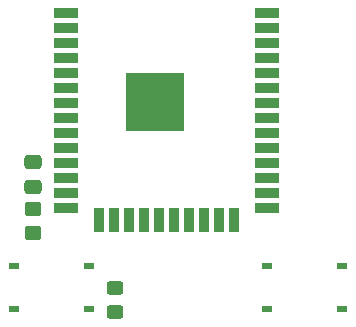
<source format=gtp>
G04 #@! TF.GenerationSoftware,KiCad,Pcbnew,6.0.4-6f826c9f35~116~ubuntu20.04.1*
G04 #@! TF.CreationDate,2022-03-23T14:40:52-04:00*
G04 #@! TF.ProjectId,ESP32 Sensing,45535033-3220-4536-956e-73696e672e6b,rev?*
G04 #@! TF.SameCoordinates,Original*
G04 #@! TF.FileFunction,Paste,Top*
G04 #@! TF.FilePolarity,Positive*
%FSLAX46Y46*%
G04 Gerber Fmt 4.6, Leading zero omitted, Abs format (unit mm)*
G04 Created by KiCad (PCBNEW 6.0.4-6f826c9f35~116~ubuntu20.04.1) date 2022-03-23 14:40:52*
%MOMM*%
%LPD*%
G01*
G04 APERTURE LIST*
G04 Aperture macros list*
%AMRoundRect*
0 Rectangle with rounded corners*
0 $1 Rounding radius*
0 $2 $3 $4 $5 $6 $7 $8 $9 X,Y pos of 4 corners*
0 Add a 4 corners polygon primitive as box body*
4,1,4,$2,$3,$4,$5,$6,$7,$8,$9,$2,$3,0*
0 Add four circle primitives for the rounded corners*
1,1,$1+$1,$2,$3*
1,1,$1+$1,$4,$5*
1,1,$1+$1,$6,$7*
1,1,$1+$1,$8,$9*
0 Add four rect primitives between the rounded corners*
20,1,$1+$1,$2,$3,$4,$5,0*
20,1,$1+$1,$4,$5,$6,$7,0*
20,1,$1+$1,$6,$7,$8,$9,0*
20,1,$1+$1,$8,$9,$2,$3,0*%
G04 Aperture macros list end*
%ADD10R,0.952500X0.558800*%
%ADD11R,2.000000X0.900000*%
%ADD12R,0.900000X2.000000*%
%ADD13R,5.000000X5.000000*%
%ADD14RoundRect,0.250000X-0.450000X0.350000X-0.450000X-0.350000X0.450000X-0.350000X0.450000X0.350000X0*%
%ADD15RoundRect,0.250000X0.450000X-0.325000X0.450000X0.325000X-0.450000X0.325000X-0.450000X-0.325000X0*%
%ADD16RoundRect,0.250000X0.475000X-0.337500X0.475000X0.337500X-0.475000X0.337500X-0.475000X-0.337500X0*%
G04 APERTURE END LIST*
D10*
X146445634Y-122526537D03*
X140082934Y-122526537D03*
X146445634Y-118818137D03*
X140082934Y-118818137D03*
D11*
X123105480Y-97442839D03*
X123105480Y-98712839D03*
X123105480Y-99982839D03*
X123105480Y-101252839D03*
X123105480Y-102522839D03*
X123105480Y-103792839D03*
X123105480Y-105062839D03*
X123105480Y-106332839D03*
X123105480Y-107602839D03*
X123105480Y-108872839D03*
X123105480Y-110142839D03*
X123105480Y-111412839D03*
X123105480Y-112682839D03*
X123105480Y-113952839D03*
D12*
X125890480Y-114952839D03*
X127160480Y-114952839D03*
X128430480Y-114952839D03*
X129700480Y-114952839D03*
X130970480Y-114952839D03*
X132240480Y-114952839D03*
X133510480Y-114952839D03*
X134780480Y-114952839D03*
X136050480Y-114952839D03*
X137320480Y-114952839D03*
D11*
X140105480Y-113952839D03*
X140105480Y-112682839D03*
X140105480Y-111412839D03*
X140105480Y-110142839D03*
X140105480Y-108872839D03*
X140105480Y-107602839D03*
X140105480Y-106332839D03*
X140105480Y-105062839D03*
X140105480Y-103792839D03*
X140105480Y-102522839D03*
X140105480Y-101252839D03*
X140105480Y-99982839D03*
X140105480Y-98712839D03*
X140105480Y-97442839D03*
D13*
X130605480Y-104942839D03*
D14*
X120315510Y-114035132D03*
X120315510Y-116035132D03*
D15*
X127241392Y-122788089D03*
X127241392Y-120738089D03*
D10*
X118698442Y-122531005D03*
X125061142Y-122531005D03*
X125061142Y-118822605D03*
X118698442Y-118822605D03*
D16*
X120298802Y-112146356D03*
X120298802Y-110071356D03*
M02*

</source>
